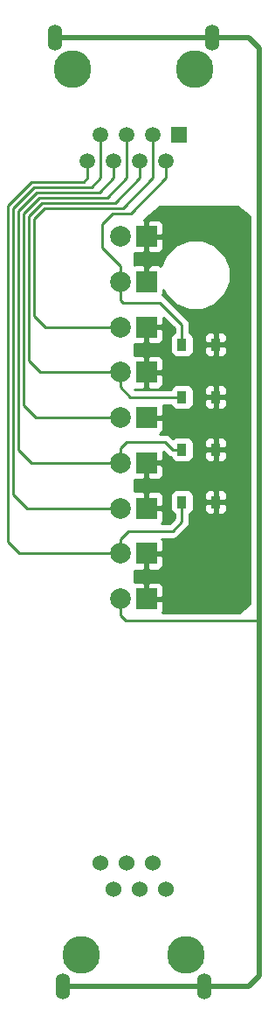
<source format=gbl>
G04 #@! TF.FileFunction,Copper,L2,Bot,Signal*
%FSLAX46Y46*%
G04 Gerber Fmt 4.6, Leading zero omitted, Abs format (unit mm)*
G04 Created by KiCad (PCBNEW 4.0.2+dfsg1-stable) date Sun 11 Mar 2018 02:31:19 PM MDT*
%MOMM*%
G01*
G04 APERTURE LIST*
%ADD10C,0.100000*%
%ADD11O,1.397000X2.540000*%
%ADD12C,3.649980*%
%ADD13R,1.501140X1.501140*%
%ADD14C,1.501140*%
%ADD15R,0.910000X1.220000*%
%ADD16C,1.524000*%
%ADD17R,2.000000X2.000000*%
%ADD18C,2.000000*%
%ADD19C,0.250000*%
%ADD20C,0.500000*%
%ADD21C,0.254000*%
G04 APERTURE END LIST*
D10*
D11*
X121920000Y-52832000D03*
D12*
X108361480Y-55880000D03*
X120230900Y-55880000D03*
D13*
X118745000Y-62230000D03*
D14*
X117475000Y-64770000D03*
X116205000Y-62230000D03*
X114935000Y-64770000D03*
X113665000Y-62230000D03*
X112395000Y-64770000D03*
X111125000Y-62230000D03*
X109855000Y-64770000D03*
D11*
X106680000Y-52832000D03*
D15*
X119015000Y-82550000D03*
X122285000Y-82550000D03*
X119015000Y-87630000D03*
X122285000Y-87630000D03*
X119015000Y-92710000D03*
X122285000Y-92710000D03*
X119015000Y-97790000D03*
X122285000Y-97790000D03*
D16*
X114919000Y-135255000D03*
X112379000Y-135255000D03*
X117459000Y-135255000D03*
X111109000Y-132715000D03*
X113649000Y-132715000D03*
X116189000Y-132715000D03*
D11*
X121158000Y-144653000D03*
X107442000Y-144653000D03*
D12*
X119380000Y-141605000D03*
X109220000Y-141605000D03*
D17*
X115570000Y-72085200D03*
D18*
X113030000Y-72085200D03*
D17*
X115570000Y-76466700D03*
D18*
X113030000Y-76466700D03*
D17*
X115570000Y-80848200D03*
D18*
X113030000Y-80848200D03*
D17*
X115570000Y-85229700D03*
D18*
X113030000Y-85229700D03*
D17*
X115570000Y-89611200D03*
D18*
X113030000Y-89611200D03*
D17*
X115570000Y-93992700D03*
D18*
X113030000Y-93992700D03*
D17*
X115570000Y-98374200D03*
D18*
X113030000Y-98374200D03*
D17*
X115570000Y-102755700D03*
D18*
X113030000Y-102755700D03*
D17*
X115570000Y-107137200D03*
D18*
X113030000Y-107137200D03*
D19*
X120256300Y-102755700D02*
X122285000Y-100727000D01*
X122285000Y-100727000D02*
X122285000Y-97790000D01*
X115570000Y-102755700D02*
X120256300Y-102755700D01*
X115570000Y-93992700D02*
X116820000Y-93992700D01*
X116820000Y-93992700D02*
X117315300Y-94488000D01*
X117315300Y-94488000D02*
X122285000Y-94488000D01*
X122285000Y-87630000D02*
X122285000Y-85344000D01*
X122285000Y-85344000D02*
X122285000Y-82550000D01*
X115570000Y-85229700D02*
X122170700Y-85229700D01*
X122170700Y-85229700D02*
X122285000Y-85344000D01*
X122285000Y-92710000D02*
X122285000Y-97790000D01*
X122285000Y-87630000D02*
X122285000Y-88490000D01*
X122285000Y-88490000D02*
X122285000Y-92710000D01*
X122936000Y-82550000D02*
X122285000Y-82550000D01*
X124460000Y-81026000D02*
X122936000Y-82550000D01*
X124460000Y-73660000D02*
X124460000Y-81026000D01*
X122936000Y-72136000D02*
X124460000Y-73660000D01*
X118650700Y-72136000D02*
X122936000Y-72136000D01*
X115570000Y-76466700D02*
X115570000Y-75216700D01*
X115570000Y-75216700D02*
X118650700Y-72136000D01*
X117475000Y-64770000D02*
X117475000Y-66421000D01*
X117475000Y-66421000D02*
X114046000Y-69850000D01*
X111252000Y-70866000D02*
X111252000Y-73152000D01*
X114046000Y-69850000D02*
X112268000Y-69850000D01*
X112268000Y-69850000D02*
X111252000Y-70866000D01*
X111252000Y-73152000D02*
X113030000Y-74930000D01*
X113030000Y-74930000D02*
X113030000Y-76466700D01*
X113030000Y-76466700D02*
X113030000Y-78232000D01*
X113030000Y-78232000D02*
X113284000Y-78486000D01*
X113284000Y-78486000D02*
X116840000Y-78486000D01*
X116840000Y-78486000D02*
X119015000Y-80661000D01*
X119015000Y-80661000D02*
X119015000Y-82550000D01*
X116205000Y-62230000D02*
X116205000Y-66421000D01*
X116205000Y-66421000D02*
X113284000Y-69342000D01*
X113284000Y-69342000D02*
X105664000Y-69342000D01*
X104648000Y-79756000D02*
X105740200Y-80848200D01*
X105664000Y-69342000D02*
X104648000Y-70358000D01*
X104648000Y-70358000D02*
X104648000Y-79756000D01*
X105740200Y-80848200D02*
X113030000Y-80848200D01*
X114935000Y-64770000D02*
X114935000Y-66421000D01*
X114935000Y-66421000D02*
X112522000Y-68834000D01*
X105410000Y-68834000D02*
X104140000Y-70104000D01*
X105295700Y-85229700D02*
X113030000Y-85229700D01*
X112522000Y-68834000D02*
X105410000Y-68834000D01*
X104140000Y-70104000D02*
X104140000Y-84074000D01*
X104140000Y-84074000D02*
X105295700Y-85229700D01*
X113030000Y-85229700D02*
X113030000Y-86643913D01*
X113030000Y-86643913D02*
X114016087Y-87630000D01*
X114016087Y-87630000D02*
X118310000Y-87630000D01*
X118310000Y-87630000D02*
X119015000Y-87630000D01*
X113665000Y-62230000D02*
X113665000Y-66421000D01*
X113665000Y-66421000D02*
X111760000Y-68326000D01*
X111760000Y-68326000D02*
X105156000Y-68326000D01*
X105156000Y-68326000D02*
X103632000Y-69850000D01*
X103632000Y-69850000D02*
X103632000Y-88392000D01*
X103632000Y-88392000D02*
X104851200Y-89611200D01*
X104851200Y-89611200D02*
X113030000Y-89611200D01*
X113030000Y-93992700D02*
X104406700Y-93992700D01*
X104406700Y-93992700D02*
X103124000Y-92710000D01*
X103124000Y-92710000D02*
X103124000Y-69596000D01*
X104902000Y-67818000D02*
X110998000Y-67818000D01*
X103124000Y-69596000D02*
X104902000Y-67818000D01*
X110998000Y-67818000D02*
X112395000Y-66421000D01*
X112395000Y-66421000D02*
X112395000Y-64770000D01*
X117348000Y-91948000D02*
X118110000Y-92710000D01*
X118110000Y-92710000D02*
X119015000Y-92710000D01*
X113660487Y-91948000D02*
X117348000Y-91948000D01*
X113030000Y-93992700D02*
X113030000Y-92578487D01*
X113030000Y-92578487D02*
X113660487Y-91948000D01*
X111125000Y-62230000D02*
X111125000Y-66421000D01*
X111125000Y-66421000D02*
X110236000Y-67310000D01*
X110236000Y-67310000D02*
X104648000Y-67310000D01*
X104648000Y-67310000D02*
X102616000Y-69342000D01*
X102616000Y-69342000D02*
X102616000Y-97028000D01*
X102616000Y-97028000D02*
X103962200Y-98374200D01*
X103962200Y-98374200D02*
X113030000Y-98374200D01*
X109855000Y-64770000D02*
X109855000Y-66421000D01*
X109474000Y-66802000D02*
X104394000Y-66802000D01*
X109855000Y-66421000D02*
X109474000Y-66802000D01*
X104394000Y-66802000D02*
X102108000Y-69088000D01*
X102108000Y-69088000D02*
X102108000Y-101600000D01*
X102108000Y-101600000D02*
X103263700Y-102755700D01*
X103263700Y-102755700D02*
X113030000Y-102755700D01*
X113030000Y-102755700D02*
X113030000Y-101346000D01*
X113030000Y-101346000D02*
X113792000Y-100584000D01*
X113792000Y-100584000D02*
X118110000Y-100584000D01*
X118110000Y-100584000D02*
X119015000Y-99679000D01*
X119015000Y-99679000D02*
X119015000Y-97790000D01*
D20*
X126492000Y-143637000D02*
X126492000Y-109220000D01*
X121920000Y-52832000D02*
X106680000Y-52832000D01*
X126492000Y-109220000D02*
X126492000Y-108204000D01*
D19*
X125476000Y-109220000D02*
X126492000Y-109220000D01*
D20*
X125476000Y-144653000D02*
X126492000Y-143637000D01*
X121158000Y-144653000D02*
X125476000Y-144653000D01*
X107442000Y-144653000D02*
X121158000Y-144653000D01*
D19*
X113538000Y-109220000D02*
X113030000Y-108712000D01*
X113030000Y-108712000D02*
X113030000Y-107137200D01*
X125476000Y-109220000D02*
X113538000Y-109220000D01*
D20*
X126492000Y-53848000D02*
X126492000Y-108204000D01*
X125476000Y-52832000D02*
X126492000Y-53848000D01*
X121920000Y-52832000D02*
X125476000Y-52832000D01*
D21*
G36*
X125607000Y-70168239D02*
X125607000Y-107631761D01*
X124571702Y-108460000D01*
X117123611Y-108460000D01*
X117205000Y-108263509D01*
X117205000Y-107422950D01*
X117046250Y-107264200D01*
X115697000Y-107264200D01*
X115697000Y-107284200D01*
X115443000Y-107284200D01*
X115443000Y-107264200D01*
X115423000Y-107264200D01*
X115423000Y-107010200D01*
X115443000Y-107010200D01*
X115443000Y-105660950D01*
X115697000Y-105660950D01*
X115697000Y-107010200D01*
X117046250Y-107010200D01*
X117205000Y-106851450D01*
X117205000Y-106010891D01*
X117108327Y-105777502D01*
X116929699Y-105598873D01*
X116696310Y-105502200D01*
X115855750Y-105502200D01*
X115697000Y-105660950D01*
X115443000Y-105660950D01*
X115284250Y-105502200D01*
X114443690Y-105502200D01*
X114427000Y-105509113D01*
X114427000Y-104383787D01*
X114443690Y-104390700D01*
X115284250Y-104390700D01*
X115443000Y-104231950D01*
X115443000Y-102882700D01*
X115697000Y-102882700D01*
X115697000Y-104231950D01*
X115855750Y-104390700D01*
X116696310Y-104390700D01*
X116929699Y-104294027D01*
X117108327Y-104115398D01*
X117205000Y-103882009D01*
X117205000Y-103041450D01*
X117046250Y-102882700D01*
X115697000Y-102882700D01*
X115443000Y-102882700D01*
X115423000Y-102882700D01*
X115423000Y-102628700D01*
X115443000Y-102628700D01*
X115443000Y-102608700D01*
X115697000Y-102608700D01*
X115697000Y-102628700D01*
X117046250Y-102628700D01*
X117205000Y-102469950D01*
X117205000Y-101629391D01*
X117108327Y-101396002D01*
X117056325Y-101344000D01*
X118110000Y-101344000D01*
X118400839Y-101286148D01*
X118647401Y-101121401D01*
X119552401Y-100216401D01*
X119717148Y-99969840D01*
X119775000Y-99679000D01*
X119775000Y-98958322D01*
X119921441Y-98864090D01*
X120066431Y-98651890D01*
X120117440Y-98400000D01*
X120117440Y-98075750D01*
X121195000Y-98075750D01*
X121195000Y-98526310D01*
X121291673Y-98759699D01*
X121470302Y-98938327D01*
X121703691Y-99035000D01*
X121999250Y-99035000D01*
X122158000Y-98876250D01*
X122158000Y-97917000D01*
X122412000Y-97917000D01*
X122412000Y-98876250D01*
X122570750Y-99035000D01*
X122866309Y-99035000D01*
X123099698Y-98938327D01*
X123278327Y-98759699D01*
X123375000Y-98526310D01*
X123375000Y-98075750D01*
X123216250Y-97917000D01*
X122412000Y-97917000D01*
X122158000Y-97917000D01*
X121353750Y-97917000D01*
X121195000Y-98075750D01*
X120117440Y-98075750D01*
X120117440Y-97180000D01*
X120093674Y-97053690D01*
X121195000Y-97053690D01*
X121195000Y-97504250D01*
X121353750Y-97663000D01*
X122158000Y-97663000D01*
X122158000Y-96703750D01*
X122412000Y-96703750D01*
X122412000Y-97663000D01*
X123216250Y-97663000D01*
X123375000Y-97504250D01*
X123375000Y-97053690D01*
X123278327Y-96820301D01*
X123099698Y-96641673D01*
X122866309Y-96545000D01*
X122570750Y-96545000D01*
X122412000Y-96703750D01*
X122158000Y-96703750D01*
X121999250Y-96545000D01*
X121703691Y-96545000D01*
X121470302Y-96641673D01*
X121291673Y-96820301D01*
X121195000Y-97053690D01*
X120093674Y-97053690D01*
X120073162Y-96944683D01*
X119934090Y-96728559D01*
X119721890Y-96583569D01*
X119470000Y-96532560D01*
X118560000Y-96532560D01*
X118324683Y-96576838D01*
X118108559Y-96715910D01*
X117963569Y-96928110D01*
X117912560Y-97180000D01*
X117912560Y-98400000D01*
X117956838Y-98635317D01*
X118095910Y-98851441D01*
X118255000Y-98960143D01*
X118255000Y-99364198D01*
X117795198Y-99824000D01*
X117018226Y-99824000D01*
X117108327Y-99733898D01*
X117205000Y-99500509D01*
X117205000Y-98659950D01*
X117046250Y-98501200D01*
X115697000Y-98501200D01*
X115697000Y-98521200D01*
X115443000Y-98521200D01*
X115443000Y-98501200D01*
X115423000Y-98501200D01*
X115423000Y-98247200D01*
X115443000Y-98247200D01*
X115443000Y-96897950D01*
X115697000Y-96897950D01*
X115697000Y-98247200D01*
X117046250Y-98247200D01*
X117205000Y-98088450D01*
X117205000Y-97247891D01*
X117108327Y-97014502D01*
X116929699Y-96835873D01*
X116696310Y-96739200D01*
X115855750Y-96739200D01*
X115697000Y-96897950D01*
X115443000Y-96897950D01*
X115284250Y-96739200D01*
X114443690Y-96739200D01*
X114427000Y-96746113D01*
X114427000Y-95620787D01*
X114443690Y-95627700D01*
X115284250Y-95627700D01*
X115443000Y-95468950D01*
X115443000Y-94119700D01*
X115697000Y-94119700D01*
X115697000Y-95468950D01*
X115855750Y-95627700D01*
X116696310Y-95627700D01*
X116929699Y-95531027D01*
X117108327Y-95352398D01*
X117205000Y-95119009D01*
X117205000Y-94278450D01*
X117046250Y-94119700D01*
X115697000Y-94119700D01*
X115443000Y-94119700D01*
X115423000Y-94119700D01*
X115423000Y-93865700D01*
X115443000Y-93865700D01*
X115443000Y-93845700D01*
X115697000Y-93845700D01*
X115697000Y-93865700D01*
X117046250Y-93865700D01*
X117205000Y-93706950D01*
X117205000Y-92879802D01*
X117572599Y-93247401D01*
X117819161Y-93412148D01*
X117934205Y-93435032D01*
X117956838Y-93555317D01*
X118095910Y-93771441D01*
X118308110Y-93916431D01*
X118560000Y-93967440D01*
X119470000Y-93967440D01*
X119705317Y-93923162D01*
X119921441Y-93784090D01*
X120066431Y-93571890D01*
X120117440Y-93320000D01*
X120117440Y-92995750D01*
X121195000Y-92995750D01*
X121195000Y-93446310D01*
X121291673Y-93679699D01*
X121470302Y-93858327D01*
X121703691Y-93955000D01*
X121999250Y-93955000D01*
X122158000Y-93796250D01*
X122158000Y-92837000D01*
X122412000Y-92837000D01*
X122412000Y-93796250D01*
X122570750Y-93955000D01*
X122866309Y-93955000D01*
X123099698Y-93858327D01*
X123278327Y-93679699D01*
X123375000Y-93446310D01*
X123375000Y-92995750D01*
X123216250Y-92837000D01*
X122412000Y-92837000D01*
X122158000Y-92837000D01*
X121353750Y-92837000D01*
X121195000Y-92995750D01*
X120117440Y-92995750D01*
X120117440Y-92100000D01*
X120093674Y-91973690D01*
X121195000Y-91973690D01*
X121195000Y-92424250D01*
X121353750Y-92583000D01*
X122158000Y-92583000D01*
X122158000Y-91623750D01*
X122412000Y-91623750D01*
X122412000Y-92583000D01*
X123216250Y-92583000D01*
X123375000Y-92424250D01*
X123375000Y-91973690D01*
X123278327Y-91740301D01*
X123099698Y-91561673D01*
X122866309Y-91465000D01*
X122570750Y-91465000D01*
X122412000Y-91623750D01*
X122158000Y-91623750D01*
X121999250Y-91465000D01*
X121703691Y-91465000D01*
X121470302Y-91561673D01*
X121291673Y-91740301D01*
X121195000Y-91973690D01*
X120093674Y-91973690D01*
X120073162Y-91864683D01*
X119934090Y-91648559D01*
X119721890Y-91503569D01*
X119470000Y-91452560D01*
X118560000Y-91452560D01*
X118324683Y-91496838D01*
X118109869Y-91635067D01*
X117885401Y-91410599D01*
X117638839Y-91245852D01*
X117348000Y-91188000D01*
X116836817Y-91188000D01*
X116929699Y-91149527D01*
X117108327Y-90970898D01*
X117205000Y-90737509D01*
X117205000Y-89896950D01*
X117046250Y-89738200D01*
X115697000Y-89738200D01*
X115697000Y-89758200D01*
X115443000Y-89758200D01*
X115443000Y-89738200D01*
X115423000Y-89738200D01*
X115423000Y-89484200D01*
X115443000Y-89484200D01*
X115443000Y-89464200D01*
X115697000Y-89464200D01*
X115697000Y-89484200D01*
X117046250Y-89484200D01*
X117205000Y-89325450D01*
X117205000Y-88484891D01*
X117165695Y-88390000D01*
X117940784Y-88390000D01*
X117956838Y-88475317D01*
X118095910Y-88691441D01*
X118308110Y-88836431D01*
X118560000Y-88887440D01*
X119470000Y-88887440D01*
X119705317Y-88843162D01*
X119921441Y-88704090D01*
X120066431Y-88491890D01*
X120117440Y-88240000D01*
X120117440Y-87915750D01*
X121195000Y-87915750D01*
X121195000Y-88366310D01*
X121291673Y-88599699D01*
X121470302Y-88778327D01*
X121703691Y-88875000D01*
X121999250Y-88875000D01*
X122158000Y-88716250D01*
X122158000Y-87757000D01*
X122412000Y-87757000D01*
X122412000Y-88716250D01*
X122570750Y-88875000D01*
X122866309Y-88875000D01*
X123099698Y-88778327D01*
X123278327Y-88599699D01*
X123375000Y-88366310D01*
X123375000Y-87915750D01*
X123216250Y-87757000D01*
X122412000Y-87757000D01*
X122158000Y-87757000D01*
X121353750Y-87757000D01*
X121195000Y-87915750D01*
X120117440Y-87915750D01*
X120117440Y-87020000D01*
X120093674Y-86893690D01*
X121195000Y-86893690D01*
X121195000Y-87344250D01*
X121353750Y-87503000D01*
X122158000Y-87503000D01*
X122158000Y-86543750D01*
X122412000Y-86543750D01*
X122412000Y-87503000D01*
X123216250Y-87503000D01*
X123375000Y-87344250D01*
X123375000Y-86893690D01*
X123278327Y-86660301D01*
X123099698Y-86481673D01*
X122866309Y-86385000D01*
X122570750Y-86385000D01*
X122412000Y-86543750D01*
X122158000Y-86543750D01*
X121999250Y-86385000D01*
X121703691Y-86385000D01*
X121470302Y-86481673D01*
X121291673Y-86660301D01*
X121195000Y-86893690D01*
X120093674Y-86893690D01*
X120073162Y-86784683D01*
X119934090Y-86568559D01*
X119721890Y-86423569D01*
X119470000Y-86372560D01*
X118560000Y-86372560D01*
X118324683Y-86416838D01*
X118108559Y-86555910D01*
X117963569Y-86768110D01*
X117942936Y-86870000D01*
X114427000Y-86870000D01*
X114427000Y-86857787D01*
X114443690Y-86864700D01*
X115284250Y-86864700D01*
X115443000Y-86705950D01*
X115443000Y-85356700D01*
X115697000Y-85356700D01*
X115697000Y-86705950D01*
X115855750Y-86864700D01*
X116696310Y-86864700D01*
X116929699Y-86768027D01*
X117108327Y-86589398D01*
X117205000Y-86356009D01*
X117205000Y-85515450D01*
X117046250Y-85356700D01*
X115697000Y-85356700D01*
X115443000Y-85356700D01*
X115423000Y-85356700D01*
X115423000Y-85102700D01*
X115443000Y-85102700D01*
X115443000Y-83753450D01*
X115697000Y-83753450D01*
X115697000Y-85102700D01*
X117046250Y-85102700D01*
X117205000Y-84943950D01*
X117205000Y-84103391D01*
X117108327Y-83870002D01*
X116929699Y-83691373D01*
X116696310Y-83594700D01*
X115855750Y-83594700D01*
X115697000Y-83753450D01*
X115443000Y-83753450D01*
X115284250Y-83594700D01*
X114443690Y-83594700D01*
X114427000Y-83601613D01*
X114427000Y-82476287D01*
X114443690Y-82483200D01*
X115284250Y-82483200D01*
X115443000Y-82324450D01*
X115443000Y-80975200D01*
X115697000Y-80975200D01*
X115697000Y-82324450D01*
X115855750Y-82483200D01*
X116696310Y-82483200D01*
X116929699Y-82386527D01*
X117108327Y-82207898D01*
X117205000Y-81974509D01*
X117205000Y-81133950D01*
X117046250Y-80975200D01*
X115697000Y-80975200D01*
X115443000Y-80975200D01*
X115423000Y-80975200D01*
X115423000Y-80721200D01*
X115443000Y-80721200D01*
X115443000Y-80701200D01*
X115697000Y-80701200D01*
X115697000Y-80721200D01*
X117046250Y-80721200D01*
X117205000Y-80562450D01*
X117205000Y-79925802D01*
X118255000Y-80975803D01*
X118255000Y-81381678D01*
X118108559Y-81475910D01*
X117963569Y-81688110D01*
X117912560Y-81940000D01*
X117912560Y-83160000D01*
X117956838Y-83395317D01*
X118095910Y-83611441D01*
X118308110Y-83756431D01*
X118560000Y-83807440D01*
X119470000Y-83807440D01*
X119705317Y-83763162D01*
X119921441Y-83624090D01*
X120066431Y-83411890D01*
X120117440Y-83160000D01*
X120117440Y-82835750D01*
X121195000Y-82835750D01*
X121195000Y-83286310D01*
X121291673Y-83519699D01*
X121470302Y-83698327D01*
X121703691Y-83795000D01*
X121999250Y-83795000D01*
X122158000Y-83636250D01*
X122158000Y-82677000D01*
X122412000Y-82677000D01*
X122412000Y-83636250D01*
X122570750Y-83795000D01*
X122866309Y-83795000D01*
X123099698Y-83698327D01*
X123278327Y-83519699D01*
X123375000Y-83286310D01*
X123375000Y-82835750D01*
X123216250Y-82677000D01*
X122412000Y-82677000D01*
X122158000Y-82677000D01*
X121353750Y-82677000D01*
X121195000Y-82835750D01*
X120117440Y-82835750D01*
X120117440Y-81940000D01*
X120093674Y-81813690D01*
X121195000Y-81813690D01*
X121195000Y-82264250D01*
X121353750Y-82423000D01*
X122158000Y-82423000D01*
X122158000Y-81463750D01*
X122412000Y-81463750D01*
X122412000Y-82423000D01*
X123216250Y-82423000D01*
X123375000Y-82264250D01*
X123375000Y-81813690D01*
X123278327Y-81580301D01*
X123099698Y-81401673D01*
X122866309Y-81305000D01*
X122570750Y-81305000D01*
X122412000Y-81463750D01*
X122158000Y-81463750D01*
X121999250Y-81305000D01*
X121703691Y-81305000D01*
X121470302Y-81401673D01*
X121291673Y-81580301D01*
X121195000Y-81813690D01*
X120093674Y-81813690D01*
X120073162Y-81704683D01*
X119934090Y-81488559D01*
X119775000Y-81379857D01*
X119775000Y-80661000D01*
X119717148Y-80370161D01*
X119662480Y-80288345D01*
X119552401Y-80123598D01*
X117377401Y-77948599D01*
X117130839Y-77783852D01*
X117126322Y-77782954D01*
X117205000Y-77593009D01*
X117205000Y-77206190D01*
X117423063Y-77733943D01*
X118374448Y-78686990D01*
X119618128Y-79203411D01*
X120964764Y-79204586D01*
X122209343Y-78690337D01*
X123162390Y-77738952D01*
X123678811Y-76495272D01*
X123679986Y-75148636D01*
X123165737Y-73904057D01*
X122214352Y-72951010D01*
X120970672Y-72434589D01*
X119624036Y-72433414D01*
X118379457Y-72947663D01*
X117426410Y-73899048D01*
X116978665Y-74977339D01*
X116929699Y-74928373D01*
X116696310Y-74831700D01*
X115855750Y-74831700D01*
X115697000Y-74990450D01*
X115697000Y-76339700D01*
X115717000Y-76339700D01*
X115717000Y-76593700D01*
X115697000Y-76593700D01*
X115697000Y-76613700D01*
X115443000Y-76613700D01*
X115443000Y-76593700D01*
X115423000Y-76593700D01*
X115423000Y-76339700D01*
X115443000Y-76339700D01*
X115443000Y-74990450D01*
X115284250Y-74831700D01*
X114443690Y-74831700D01*
X114427000Y-74838613D01*
X114427000Y-73713287D01*
X114443690Y-73720200D01*
X115284250Y-73720200D01*
X115443000Y-73561450D01*
X115443000Y-72212200D01*
X115697000Y-72212200D01*
X115697000Y-73561450D01*
X115855750Y-73720200D01*
X116696310Y-73720200D01*
X116929699Y-73623527D01*
X117108327Y-73444898D01*
X117205000Y-73211509D01*
X117205000Y-72370950D01*
X117046250Y-72212200D01*
X115697000Y-72212200D01*
X115443000Y-72212200D01*
X115423000Y-72212200D01*
X115423000Y-71958200D01*
X115443000Y-71958200D01*
X115443000Y-70608950D01*
X115697000Y-70608950D01*
X115697000Y-71958200D01*
X117046250Y-71958200D01*
X117205000Y-71799450D01*
X117205000Y-70958891D01*
X117108327Y-70725502D01*
X116929699Y-70546873D01*
X116696310Y-70450200D01*
X115855750Y-70450200D01*
X115697000Y-70608950D01*
X115443000Y-70608950D01*
X115309272Y-70475222D01*
X116884549Y-69215000D01*
X124415451Y-69215000D01*
X125607000Y-70168239D01*
X125607000Y-70168239D01*
G37*
X125607000Y-70168239D02*
X125607000Y-107631761D01*
X124571702Y-108460000D01*
X117123611Y-108460000D01*
X117205000Y-108263509D01*
X117205000Y-107422950D01*
X117046250Y-107264200D01*
X115697000Y-107264200D01*
X115697000Y-107284200D01*
X115443000Y-107284200D01*
X115443000Y-107264200D01*
X115423000Y-107264200D01*
X115423000Y-107010200D01*
X115443000Y-107010200D01*
X115443000Y-105660950D01*
X115697000Y-105660950D01*
X115697000Y-107010200D01*
X117046250Y-107010200D01*
X117205000Y-106851450D01*
X117205000Y-106010891D01*
X117108327Y-105777502D01*
X116929699Y-105598873D01*
X116696310Y-105502200D01*
X115855750Y-105502200D01*
X115697000Y-105660950D01*
X115443000Y-105660950D01*
X115284250Y-105502200D01*
X114443690Y-105502200D01*
X114427000Y-105509113D01*
X114427000Y-104383787D01*
X114443690Y-104390700D01*
X115284250Y-104390700D01*
X115443000Y-104231950D01*
X115443000Y-102882700D01*
X115697000Y-102882700D01*
X115697000Y-104231950D01*
X115855750Y-104390700D01*
X116696310Y-104390700D01*
X116929699Y-104294027D01*
X117108327Y-104115398D01*
X117205000Y-103882009D01*
X117205000Y-103041450D01*
X117046250Y-102882700D01*
X115697000Y-102882700D01*
X115443000Y-102882700D01*
X115423000Y-102882700D01*
X115423000Y-102628700D01*
X115443000Y-102628700D01*
X115443000Y-102608700D01*
X115697000Y-102608700D01*
X115697000Y-102628700D01*
X117046250Y-102628700D01*
X117205000Y-102469950D01*
X117205000Y-101629391D01*
X117108327Y-101396002D01*
X117056325Y-101344000D01*
X118110000Y-101344000D01*
X118400839Y-101286148D01*
X118647401Y-101121401D01*
X119552401Y-100216401D01*
X119717148Y-99969840D01*
X119775000Y-99679000D01*
X119775000Y-98958322D01*
X119921441Y-98864090D01*
X120066431Y-98651890D01*
X120117440Y-98400000D01*
X120117440Y-98075750D01*
X121195000Y-98075750D01*
X121195000Y-98526310D01*
X121291673Y-98759699D01*
X121470302Y-98938327D01*
X121703691Y-99035000D01*
X121999250Y-99035000D01*
X122158000Y-98876250D01*
X122158000Y-97917000D01*
X122412000Y-97917000D01*
X122412000Y-98876250D01*
X122570750Y-99035000D01*
X122866309Y-99035000D01*
X123099698Y-98938327D01*
X123278327Y-98759699D01*
X123375000Y-98526310D01*
X123375000Y-98075750D01*
X123216250Y-97917000D01*
X122412000Y-97917000D01*
X122158000Y-97917000D01*
X121353750Y-97917000D01*
X121195000Y-98075750D01*
X120117440Y-98075750D01*
X120117440Y-97180000D01*
X120093674Y-97053690D01*
X121195000Y-97053690D01*
X121195000Y-97504250D01*
X121353750Y-97663000D01*
X122158000Y-97663000D01*
X122158000Y-96703750D01*
X122412000Y-96703750D01*
X122412000Y-97663000D01*
X123216250Y-97663000D01*
X123375000Y-97504250D01*
X123375000Y-97053690D01*
X123278327Y-96820301D01*
X123099698Y-96641673D01*
X122866309Y-96545000D01*
X122570750Y-96545000D01*
X122412000Y-96703750D01*
X122158000Y-96703750D01*
X121999250Y-96545000D01*
X121703691Y-96545000D01*
X121470302Y-96641673D01*
X121291673Y-96820301D01*
X121195000Y-97053690D01*
X120093674Y-97053690D01*
X120073162Y-96944683D01*
X119934090Y-96728559D01*
X119721890Y-96583569D01*
X119470000Y-96532560D01*
X118560000Y-96532560D01*
X118324683Y-96576838D01*
X118108559Y-96715910D01*
X117963569Y-96928110D01*
X117912560Y-97180000D01*
X117912560Y-98400000D01*
X117956838Y-98635317D01*
X118095910Y-98851441D01*
X118255000Y-98960143D01*
X118255000Y-99364198D01*
X117795198Y-99824000D01*
X117018226Y-99824000D01*
X117108327Y-99733898D01*
X117205000Y-99500509D01*
X117205000Y-98659950D01*
X117046250Y-98501200D01*
X115697000Y-98501200D01*
X115697000Y-98521200D01*
X115443000Y-98521200D01*
X115443000Y-98501200D01*
X115423000Y-98501200D01*
X115423000Y-98247200D01*
X115443000Y-98247200D01*
X115443000Y-96897950D01*
X115697000Y-96897950D01*
X115697000Y-98247200D01*
X117046250Y-98247200D01*
X117205000Y-98088450D01*
X117205000Y-97247891D01*
X117108327Y-97014502D01*
X116929699Y-96835873D01*
X116696310Y-96739200D01*
X115855750Y-96739200D01*
X115697000Y-96897950D01*
X115443000Y-96897950D01*
X115284250Y-96739200D01*
X114443690Y-96739200D01*
X114427000Y-96746113D01*
X114427000Y-95620787D01*
X114443690Y-95627700D01*
X115284250Y-95627700D01*
X115443000Y-95468950D01*
X115443000Y-94119700D01*
X115697000Y-94119700D01*
X115697000Y-95468950D01*
X115855750Y-95627700D01*
X116696310Y-95627700D01*
X116929699Y-95531027D01*
X117108327Y-95352398D01*
X117205000Y-95119009D01*
X117205000Y-94278450D01*
X117046250Y-94119700D01*
X115697000Y-94119700D01*
X115443000Y-94119700D01*
X115423000Y-94119700D01*
X115423000Y-93865700D01*
X115443000Y-93865700D01*
X115443000Y-93845700D01*
X115697000Y-93845700D01*
X115697000Y-93865700D01*
X117046250Y-93865700D01*
X117205000Y-93706950D01*
X117205000Y-92879802D01*
X117572599Y-93247401D01*
X117819161Y-93412148D01*
X117934205Y-93435032D01*
X117956838Y-93555317D01*
X118095910Y-93771441D01*
X118308110Y-93916431D01*
X118560000Y-93967440D01*
X119470000Y-93967440D01*
X119705317Y-93923162D01*
X119921441Y-93784090D01*
X120066431Y-93571890D01*
X120117440Y-93320000D01*
X120117440Y-92995750D01*
X121195000Y-92995750D01*
X121195000Y-93446310D01*
X121291673Y-93679699D01*
X121470302Y-93858327D01*
X121703691Y-93955000D01*
X121999250Y-93955000D01*
X122158000Y-93796250D01*
X122158000Y-92837000D01*
X122412000Y-92837000D01*
X122412000Y-93796250D01*
X122570750Y-93955000D01*
X122866309Y-93955000D01*
X123099698Y-93858327D01*
X123278327Y-93679699D01*
X123375000Y-93446310D01*
X123375000Y-92995750D01*
X123216250Y-92837000D01*
X122412000Y-92837000D01*
X122158000Y-92837000D01*
X121353750Y-92837000D01*
X121195000Y-92995750D01*
X120117440Y-92995750D01*
X120117440Y-92100000D01*
X120093674Y-91973690D01*
X121195000Y-91973690D01*
X121195000Y-92424250D01*
X121353750Y-92583000D01*
X122158000Y-92583000D01*
X122158000Y-91623750D01*
X122412000Y-91623750D01*
X122412000Y-92583000D01*
X123216250Y-92583000D01*
X123375000Y-92424250D01*
X123375000Y-91973690D01*
X123278327Y-91740301D01*
X123099698Y-91561673D01*
X122866309Y-91465000D01*
X122570750Y-91465000D01*
X122412000Y-91623750D01*
X122158000Y-91623750D01*
X121999250Y-91465000D01*
X121703691Y-91465000D01*
X121470302Y-91561673D01*
X121291673Y-91740301D01*
X121195000Y-91973690D01*
X120093674Y-91973690D01*
X120073162Y-91864683D01*
X119934090Y-91648559D01*
X119721890Y-91503569D01*
X119470000Y-91452560D01*
X118560000Y-91452560D01*
X118324683Y-91496838D01*
X118109869Y-91635067D01*
X117885401Y-91410599D01*
X117638839Y-91245852D01*
X117348000Y-91188000D01*
X116836817Y-91188000D01*
X116929699Y-91149527D01*
X117108327Y-90970898D01*
X117205000Y-90737509D01*
X117205000Y-89896950D01*
X117046250Y-89738200D01*
X115697000Y-89738200D01*
X115697000Y-89758200D01*
X115443000Y-89758200D01*
X115443000Y-89738200D01*
X115423000Y-89738200D01*
X115423000Y-89484200D01*
X115443000Y-89484200D01*
X115443000Y-89464200D01*
X115697000Y-89464200D01*
X115697000Y-89484200D01*
X117046250Y-89484200D01*
X117205000Y-89325450D01*
X117205000Y-88484891D01*
X117165695Y-88390000D01*
X117940784Y-88390000D01*
X117956838Y-88475317D01*
X118095910Y-88691441D01*
X118308110Y-88836431D01*
X118560000Y-88887440D01*
X119470000Y-88887440D01*
X119705317Y-88843162D01*
X119921441Y-88704090D01*
X120066431Y-88491890D01*
X120117440Y-88240000D01*
X120117440Y-87915750D01*
X121195000Y-87915750D01*
X121195000Y-88366310D01*
X121291673Y-88599699D01*
X121470302Y-88778327D01*
X121703691Y-88875000D01*
X121999250Y-88875000D01*
X122158000Y-88716250D01*
X122158000Y-87757000D01*
X122412000Y-87757000D01*
X122412000Y-88716250D01*
X122570750Y-88875000D01*
X122866309Y-88875000D01*
X123099698Y-88778327D01*
X123278327Y-88599699D01*
X123375000Y-88366310D01*
X123375000Y-87915750D01*
X123216250Y-87757000D01*
X122412000Y-87757000D01*
X122158000Y-87757000D01*
X121353750Y-87757000D01*
X121195000Y-87915750D01*
X120117440Y-87915750D01*
X120117440Y-87020000D01*
X120093674Y-86893690D01*
X121195000Y-86893690D01*
X121195000Y-87344250D01*
X121353750Y-87503000D01*
X122158000Y-87503000D01*
X122158000Y-86543750D01*
X122412000Y-86543750D01*
X122412000Y-87503000D01*
X123216250Y-87503000D01*
X123375000Y-87344250D01*
X123375000Y-86893690D01*
X123278327Y-86660301D01*
X123099698Y-86481673D01*
X122866309Y-86385000D01*
X122570750Y-86385000D01*
X122412000Y-86543750D01*
X122158000Y-86543750D01*
X121999250Y-86385000D01*
X121703691Y-86385000D01*
X121470302Y-86481673D01*
X121291673Y-86660301D01*
X121195000Y-86893690D01*
X120093674Y-86893690D01*
X120073162Y-86784683D01*
X119934090Y-86568559D01*
X119721890Y-86423569D01*
X119470000Y-86372560D01*
X118560000Y-86372560D01*
X118324683Y-86416838D01*
X118108559Y-86555910D01*
X117963569Y-86768110D01*
X117942936Y-86870000D01*
X114427000Y-86870000D01*
X114427000Y-86857787D01*
X114443690Y-86864700D01*
X115284250Y-86864700D01*
X115443000Y-86705950D01*
X115443000Y-85356700D01*
X115697000Y-85356700D01*
X115697000Y-86705950D01*
X115855750Y-86864700D01*
X116696310Y-86864700D01*
X116929699Y-86768027D01*
X117108327Y-86589398D01*
X117205000Y-86356009D01*
X117205000Y-85515450D01*
X117046250Y-85356700D01*
X115697000Y-85356700D01*
X115443000Y-85356700D01*
X115423000Y-85356700D01*
X115423000Y-85102700D01*
X115443000Y-85102700D01*
X115443000Y-83753450D01*
X115697000Y-83753450D01*
X115697000Y-85102700D01*
X117046250Y-85102700D01*
X117205000Y-84943950D01*
X117205000Y-84103391D01*
X117108327Y-83870002D01*
X116929699Y-83691373D01*
X116696310Y-83594700D01*
X115855750Y-83594700D01*
X115697000Y-83753450D01*
X115443000Y-83753450D01*
X115284250Y-83594700D01*
X114443690Y-83594700D01*
X114427000Y-83601613D01*
X114427000Y-82476287D01*
X114443690Y-82483200D01*
X115284250Y-82483200D01*
X115443000Y-82324450D01*
X115443000Y-80975200D01*
X115697000Y-80975200D01*
X115697000Y-82324450D01*
X115855750Y-82483200D01*
X116696310Y-82483200D01*
X116929699Y-82386527D01*
X117108327Y-82207898D01*
X117205000Y-81974509D01*
X117205000Y-81133950D01*
X117046250Y-80975200D01*
X115697000Y-80975200D01*
X115443000Y-80975200D01*
X115423000Y-80975200D01*
X115423000Y-80721200D01*
X115443000Y-80721200D01*
X115443000Y-80701200D01*
X115697000Y-80701200D01*
X115697000Y-80721200D01*
X117046250Y-80721200D01*
X117205000Y-80562450D01*
X117205000Y-79925802D01*
X118255000Y-80975803D01*
X118255000Y-81381678D01*
X118108559Y-81475910D01*
X117963569Y-81688110D01*
X117912560Y-81940000D01*
X117912560Y-83160000D01*
X117956838Y-83395317D01*
X118095910Y-83611441D01*
X118308110Y-83756431D01*
X118560000Y-83807440D01*
X119470000Y-83807440D01*
X119705317Y-83763162D01*
X119921441Y-83624090D01*
X120066431Y-83411890D01*
X120117440Y-83160000D01*
X120117440Y-82835750D01*
X121195000Y-82835750D01*
X121195000Y-83286310D01*
X121291673Y-83519699D01*
X121470302Y-83698327D01*
X121703691Y-83795000D01*
X121999250Y-83795000D01*
X122158000Y-83636250D01*
X122158000Y-82677000D01*
X122412000Y-82677000D01*
X122412000Y-83636250D01*
X122570750Y-83795000D01*
X122866309Y-83795000D01*
X123099698Y-83698327D01*
X123278327Y-83519699D01*
X123375000Y-83286310D01*
X123375000Y-82835750D01*
X123216250Y-82677000D01*
X122412000Y-82677000D01*
X122158000Y-82677000D01*
X121353750Y-82677000D01*
X121195000Y-82835750D01*
X120117440Y-82835750D01*
X120117440Y-81940000D01*
X120093674Y-81813690D01*
X121195000Y-81813690D01*
X121195000Y-82264250D01*
X121353750Y-82423000D01*
X122158000Y-82423000D01*
X122158000Y-81463750D01*
X122412000Y-81463750D01*
X122412000Y-82423000D01*
X123216250Y-82423000D01*
X123375000Y-82264250D01*
X123375000Y-81813690D01*
X123278327Y-81580301D01*
X123099698Y-81401673D01*
X122866309Y-81305000D01*
X122570750Y-81305000D01*
X122412000Y-81463750D01*
X122158000Y-81463750D01*
X121999250Y-81305000D01*
X121703691Y-81305000D01*
X121470302Y-81401673D01*
X121291673Y-81580301D01*
X121195000Y-81813690D01*
X120093674Y-81813690D01*
X120073162Y-81704683D01*
X119934090Y-81488559D01*
X119775000Y-81379857D01*
X119775000Y-80661000D01*
X119717148Y-80370161D01*
X119662480Y-80288345D01*
X119552401Y-80123598D01*
X117377401Y-77948599D01*
X117130839Y-77783852D01*
X117126322Y-77782954D01*
X117205000Y-77593009D01*
X117205000Y-77206190D01*
X117423063Y-77733943D01*
X118374448Y-78686990D01*
X119618128Y-79203411D01*
X120964764Y-79204586D01*
X122209343Y-78690337D01*
X123162390Y-77738952D01*
X123678811Y-76495272D01*
X123679986Y-75148636D01*
X123165737Y-73904057D01*
X122214352Y-72951010D01*
X120970672Y-72434589D01*
X119624036Y-72433414D01*
X118379457Y-72947663D01*
X117426410Y-73899048D01*
X116978665Y-74977339D01*
X116929699Y-74928373D01*
X116696310Y-74831700D01*
X115855750Y-74831700D01*
X115697000Y-74990450D01*
X115697000Y-76339700D01*
X115717000Y-76339700D01*
X115717000Y-76593700D01*
X115697000Y-76593700D01*
X115697000Y-76613700D01*
X115443000Y-76613700D01*
X115443000Y-76593700D01*
X115423000Y-76593700D01*
X115423000Y-76339700D01*
X115443000Y-76339700D01*
X115443000Y-74990450D01*
X115284250Y-74831700D01*
X114443690Y-74831700D01*
X114427000Y-74838613D01*
X114427000Y-73713287D01*
X114443690Y-73720200D01*
X115284250Y-73720200D01*
X115443000Y-73561450D01*
X115443000Y-72212200D01*
X115697000Y-72212200D01*
X115697000Y-73561450D01*
X115855750Y-73720200D01*
X116696310Y-73720200D01*
X116929699Y-73623527D01*
X117108327Y-73444898D01*
X117205000Y-73211509D01*
X117205000Y-72370950D01*
X117046250Y-72212200D01*
X115697000Y-72212200D01*
X115443000Y-72212200D01*
X115423000Y-72212200D01*
X115423000Y-71958200D01*
X115443000Y-71958200D01*
X115443000Y-70608950D01*
X115697000Y-70608950D01*
X115697000Y-71958200D01*
X117046250Y-71958200D01*
X117205000Y-71799450D01*
X117205000Y-70958891D01*
X117108327Y-70725502D01*
X116929699Y-70546873D01*
X116696310Y-70450200D01*
X115855750Y-70450200D01*
X115697000Y-70608950D01*
X115443000Y-70608950D01*
X115309272Y-70475222D01*
X116884549Y-69215000D01*
X124415451Y-69215000D01*
X125607000Y-70168239D01*
M02*

</source>
